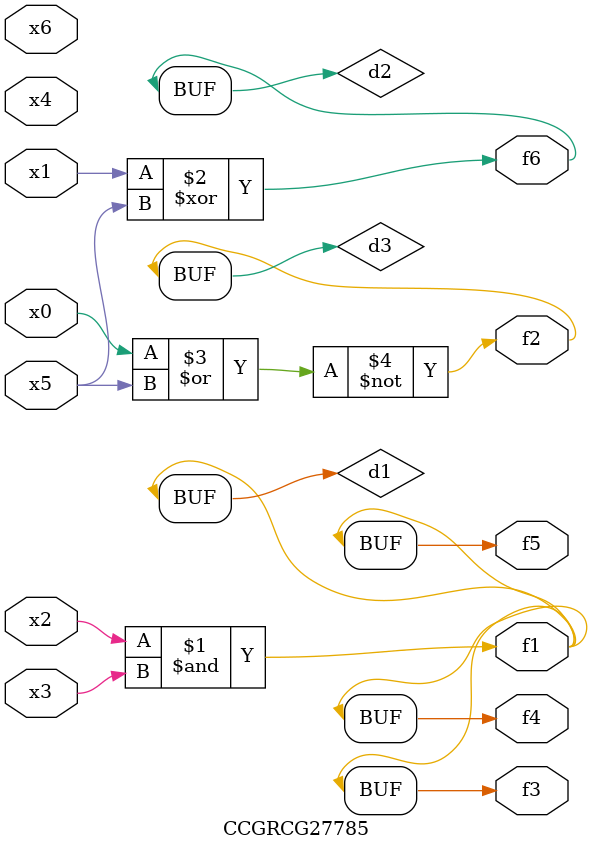
<source format=v>
module CCGRCG27785(
	input x0, x1, x2, x3, x4, x5, x6,
	output f1, f2, f3, f4, f5, f6
);

	wire d1, d2, d3;

	and (d1, x2, x3);
	xor (d2, x1, x5);
	nor (d3, x0, x5);
	assign f1 = d1;
	assign f2 = d3;
	assign f3 = d1;
	assign f4 = d1;
	assign f5 = d1;
	assign f6 = d2;
endmodule

</source>
